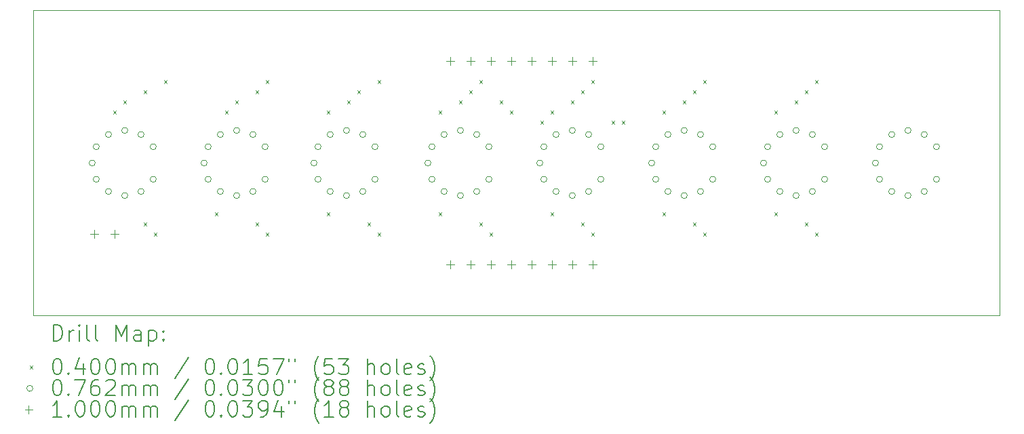
<source format=gbr>
%FSLAX45Y45*%
G04 Gerber Fmt 4.5, Leading zero omitted, Abs format (unit mm)*
G04 Created by KiCad (PCBNEW (6.0.2)) date 2022-05-27 21:51:48*
%MOMM*%
%LPD*%
G01*
G04 APERTURE LIST*
%TA.AperFunction,Profile*%
%ADD10C,0.100000*%
%TD*%
%ADD11C,0.200000*%
%ADD12C,0.040000*%
%ADD13C,0.076200*%
%ADD14C,0.100000*%
G04 APERTURE END LIST*
D10*
X9017000Y-8890000D02*
X21082000Y-8890000D01*
X21082000Y-8890000D02*
X21082000Y-12700000D01*
X21082000Y-12700000D02*
X9017000Y-12700000D01*
X9017000Y-12700000D02*
X9017000Y-8890000D01*
D11*
D12*
X10013000Y-10140000D02*
X10053000Y-10180000D01*
X10053000Y-10140000D02*
X10013000Y-10180000D01*
X10140000Y-10013000D02*
X10180000Y-10053000D01*
X10180000Y-10013000D02*
X10140000Y-10053000D01*
X10394000Y-9886000D02*
X10434000Y-9926000D01*
X10434000Y-9886000D02*
X10394000Y-9926000D01*
X10394000Y-11537000D02*
X10434000Y-11577000D01*
X10434000Y-11537000D02*
X10394000Y-11577000D01*
X10521000Y-11664000D02*
X10561000Y-11704000D01*
X10561000Y-11664000D02*
X10521000Y-11704000D01*
X10648000Y-9759000D02*
X10688000Y-9799000D01*
X10688000Y-9759000D02*
X10648000Y-9799000D01*
X11283000Y-11410000D02*
X11323000Y-11450000D01*
X11323000Y-11410000D02*
X11283000Y-11450000D01*
X11410000Y-10140000D02*
X11450000Y-10180000D01*
X11450000Y-10140000D02*
X11410000Y-10180000D01*
X11537000Y-10013000D02*
X11577000Y-10053000D01*
X11577000Y-10013000D02*
X11537000Y-10053000D01*
X11791000Y-9886000D02*
X11831000Y-9926000D01*
X11831000Y-9886000D02*
X11791000Y-9926000D01*
X11791000Y-11537000D02*
X11831000Y-11577000D01*
X11831000Y-11537000D02*
X11791000Y-11577000D01*
X11918000Y-9759000D02*
X11958000Y-9799000D01*
X11958000Y-9759000D02*
X11918000Y-9799000D01*
X11918000Y-11664000D02*
X11958000Y-11704000D01*
X11958000Y-11664000D02*
X11918000Y-11704000D01*
X12680000Y-10140000D02*
X12720000Y-10180000D01*
X12720000Y-10140000D02*
X12680000Y-10180000D01*
X12680000Y-11410000D02*
X12720000Y-11450000D01*
X12720000Y-11410000D02*
X12680000Y-11450000D01*
X12934000Y-10013000D02*
X12974000Y-10053000D01*
X12974000Y-10013000D02*
X12934000Y-10053000D01*
X13061000Y-9886000D02*
X13101000Y-9926000D01*
X13101000Y-9886000D02*
X13061000Y-9926000D01*
X13188000Y-11537000D02*
X13228000Y-11577000D01*
X13228000Y-11537000D02*
X13188000Y-11577000D01*
X13315000Y-9759000D02*
X13355000Y-9799000D01*
X13355000Y-9759000D02*
X13315000Y-9799000D01*
X13315000Y-11664000D02*
X13355000Y-11704000D01*
X13355000Y-11664000D02*
X13315000Y-11704000D01*
X14077000Y-10140000D02*
X14117000Y-10180000D01*
X14117000Y-10140000D02*
X14077000Y-10180000D01*
X14077000Y-11410000D02*
X14117000Y-11450000D01*
X14117000Y-11410000D02*
X14077000Y-11450000D01*
X14331000Y-10013000D02*
X14371000Y-10053000D01*
X14371000Y-10013000D02*
X14331000Y-10053000D01*
X14458000Y-9886000D02*
X14498000Y-9926000D01*
X14498000Y-9886000D02*
X14458000Y-9926000D01*
X14585000Y-9759000D02*
X14625000Y-9799000D01*
X14625000Y-9759000D02*
X14585000Y-9799000D01*
X14585000Y-11537000D02*
X14625000Y-11577000D01*
X14625000Y-11537000D02*
X14585000Y-11577000D01*
X14712000Y-11664000D02*
X14752000Y-11704000D01*
X14752000Y-11664000D02*
X14712000Y-11704000D01*
X14839000Y-10013000D02*
X14879000Y-10053000D01*
X14879000Y-10013000D02*
X14839000Y-10053000D01*
X14966000Y-10140000D02*
X15006000Y-10180000D01*
X15006000Y-10140000D02*
X14966000Y-10180000D01*
X15347000Y-10267000D02*
X15387000Y-10307000D01*
X15387000Y-10267000D02*
X15347000Y-10307000D01*
X15474000Y-10140000D02*
X15514000Y-10180000D01*
X15514000Y-10140000D02*
X15474000Y-10180000D01*
X15474000Y-11410000D02*
X15514000Y-11450000D01*
X15514000Y-11410000D02*
X15474000Y-11450000D01*
X15728000Y-10013000D02*
X15768000Y-10053000D01*
X15768000Y-10013000D02*
X15728000Y-10053000D01*
X15855000Y-9886000D02*
X15895000Y-9926000D01*
X15895000Y-9886000D02*
X15855000Y-9926000D01*
X15855000Y-11537000D02*
X15895000Y-11577000D01*
X15895000Y-11537000D02*
X15855000Y-11577000D01*
X15982000Y-9759000D02*
X16022000Y-9799000D01*
X16022000Y-9759000D02*
X15982000Y-9799000D01*
X15982000Y-11664000D02*
X16022000Y-11704000D01*
X16022000Y-11664000D02*
X15982000Y-11704000D01*
X16236000Y-10267000D02*
X16276000Y-10307000D01*
X16276000Y-10267000D02*
X16236000Y-10307000D01*
X16363000Y-10267000D02*
X16403000Y-10307000D01*
X16403000Y-10267000D02*
X16363000Y-10307000D01*
X16871000Y-10140000D02*
X16911000Y-10180000D01*
X16911000Y-10140000D02*
X16871000Y-10180000D01*
X16871000Y-11410000D02*
X16911000Y-11450000D01*
X16911000Y-11410000D02*
X16871000Y-11450000D01*
X17125000Y-10013000D02*
X17165000Y-10053000D01*
X17165000Y-10013000D02*
X17125000Y-10053000D01*
X17252000Y-9886000D02*
X17292000Y-9926000D01*
X17292000Y-9886000D02*
X17252000Y-9926000D01*
X17252000Y-11537000D02*
X17292000Y-11577000D01*
X17292000Y-11537000D02*
X17252000Y-11577000D01*
X17379000Y-9759000D02*
X17419000Y-9799000D01*
X17419000Y-9759000D02*
X17379000Y-9799000D01*
X17379000Y-11664000D02*
X17419000Y-11704000D01*
X17419000Y-11664000D02*
X17379000Y-11704000D01*
X18268000Y-10140000D02*
X18308000Y-10180000D01*
X18308000Y-10140000D02*
X18268000Y-10180000D01*
X18268000Y-11410000D02*
X18308000Y-11450000D01*
X18308000Y-11410000D02*
X18268000Y-11450000D01*
X18522000Y-10013000D02*
X18562000Y-10053000D01*
X18562000Y-10013000D02*
X18522000Y-10053000D01*
X18649000Y-9886000D02*
X18689000Y-9926000D01*
X18689000Y-9886000D02*
X18649000Y-9926000D01*
X18649000Y-11537000D02*
X18689000Y-11577000D01*
X18689000Y-11537000D02*
X18649000Y-11577000D01*
X18776000Y-9759000D02*
X18816000Y-9799000D01*
X18816000Y-9759000D02*
X18776000Y-9799000D01*
X18776000Y-11664000D02*
X18816000Y-11704000D01*
X18816000Y-11664000D02*
X18776000Y-11704000D01*
D13*
X9791700Y-10795000D02*
G75*
G03*
X9791700Y-10795000I-38100J0D01*
G01*
X9842500Y-10591800D02*
G75*
G03*
X9842500Y-10591800I-38100J0D01*
G01*
X9842500Y-10998200D02*
G75*
G03*
X9842500Y-10998200I-38100J0D01*
G01*
X9994900Y-10439400D02*
G75*
G03*
X9994900Y-10439400I-38100J0D01*
G01*
X9994900Y-11150600D02*
G75*
G03*
X9994900Y-11150600I-38100J0D01*
G01*
X10198100Y-10388600D02*
G75*
G03*
X10198100Y-10388600I-38100J0D01*
G01*
X10198100Y-11201400D02*
G75*
G03*
X10198100Y-11201400I-38100J0D01*
G01*
X10401300Y-10439400D02*
G75*
G03*
X10401300Y-10439400I-38100J0D01*
G01*
X10401300Y-11150600D02*
G75*
G03*
X10401300Y-11150600I-38100J0D01*
G01*
X10553700Y-10591800D02*
G75*
G03*
X10553700Y-10591800I-38100J0D01*
G01*
X10553700Y-10998200D02*
G75*
G03*
X10553700Y-10998200I-38100J0D01*
G01*
X11188700Y-10795000D02*
G75*
G03*
X11188700Y-10795000I-38100J0D01*
G01*
X11239500Y-10591800D02*
G75*
G03*
X11239500Y-10591800I-38100J0D01*
G01*
X11239500Y-10998200D02*
G75*
G03*
X11239500Y-10998200I-38100J0D01*
G01*
X11391900Y-10439400D02*
G75*
G03*
X11391900Y-10439400I-38100J0D01*
G01*
X11391900Y-11150600D02*
G75*
G03*
X11391900Y-11150600I-38100J0D01*
G01*
X11595100Y-10388600D02*
G75*
G03*
X11595100Y-10388600I-38100J0D01*
G01*
X11595100Y-11201400D02*
G75*
G03*
X11595100Y-11201400I-38100J0D01*
G01*
X11798300Y-10439400D02*
G75*
G03*
X11798300Y-10439400I-38100J0D01*
G01*
X11798300Y-11150600D02*
G75*
G03*
X11798300Y-11150600I-38100J0D01*
G01*
X11950700Y-10591800D02*
G75*
G03*
X11950700Y-10591800I-38100J0D01*
G01*
X11950700Y-10998200D02*
G75*
G03*
X11950700Y-10998200I-38100J0D01*
G01*
X12560300Y-10795000D02*
G75*
G03*
X12560300Y-10795000I-38100J0D01*
G01*
X12611100Y-10591800D02*
G75*
G03*
X12611100Y-10591800I-38100J0D01*
G01*
X12611100Y-10998200D02*
G75*
G03*
X12611100Y-10998200I-38100J0D01*
G01*
X12763500Y-10439400D02*
G75*
G03*
X12763500Y-10439400I-38100J0D01*
G01*
X12763500Y-11150600D02*
G75*
G03*
X12763500Y-11150600I-38100J0D01*
G01*
X12966700Y-10388600D02*
G75*
G03*
X12966700Y-10388600I-38100J0D01*
G01*
X12966700Y-11201400D02*
G75*
G03*
X12966700Y-11201400I-38100J0D01*
G01*
X13169900Y-10439400D02*
G75*
G03*
X13169900Y-10439400I-38100J0D01*
G01*
X13169900Y-11150600D02*
G75*
G03*
X13169900Y-11150600I-38100J0D01*
G01*
X13322300Y-10591800D02*
G75*
G03*
X13322300Y-10591800I-38100J0D01*
G01*
X13322300Y-10998200D02*
G75*
G03*
X13322300Y-10998200I-38100J0D01*
G01*
X13982700Y-10795000D02*
G75*
G03*
X13982700Y-10795000I-38100J0D01*
G01*
X14033500Y-10591800D02*
G75*
G03*
X14033500Y-10591800I-38100J0D01*
G01*
X14033500Y-10998200D02*
G75*
G03*
X14033500Y-10998200I-38100J0D01*
G01*
X14185900Y-10439400D02*
G75*
G03*
X14185900Y-10439400I-38100J0D01*
G01*
X14185900Y-11150600D02*
G75*
G03*
X14185900Y-11150600I-38100J0D01*
G01*
X14389100Y-10388600D02*
G75*
G03*
X14389100Y-10388600I-38100J0D01*
G01*
X14389100Y-11201400D02*
G75*
G03*
X14389100Y-11201400I-38100J0D01*
G01*
X14592300Y-10439400D02*
G75*
G03*
X14592300Y-10439400I-38100J0D01*
G01*
X14592300Y-11150600D02*
G75*
G03*
X14592300Y-11150600I-38100J0D01*
G01*
X14744700Y-10591800D02*
G75*
G03*
X14744700Y-10591800I-38100J0D01*
G01*
X14744700Y-10998200D02*
G75*
G03*
X14744700Y-10998200I-38100J0D01*
G01*
X15379700Y-10795000D02*
G75*
G03*
X15379700Y-10795000I-38100J0D01*
G01*
X15430500Y-10591800D02*
G75*
G03*
X15430500Y-10591800I-38100J0D01*
G01*
X15430500Y-10998200D02*
G75*
G03*
X15430500Y-10998200I-38100J0D01*
G01*
X15582900Y-10439400D02*
G75*
G03*
X15582900Y-10439400I-38100J0D01*
G01*
X15582900Y-11150600D02*
G75*
G03*
X15582900Y-11150600I-38100J0D01*
G01*
X15786100Y-10388600D02*
G75*
G03*
X15786100Y-10388600I-38100J0D01*
G01*
X15786100Y-11201400D02*
G75*
G03*
X15786100Y-11201400I-38100J0D01*
G01*
X15989300Y-10439400D02*
G75*
G03*
X15989300Y-10439400I-38100J0D01*
G01*
X15989300Y-11150600D02*
G75*
G03*
X15989300Y-11150600I-38100J0D01*
G01*
X16141700Y-10591800D02*
G75*
G03*
X16141700Y-10591800I-38100J0D01*
G01*
X16141700Y-10998200D02*
G75*
G03*
X16141700Y-10998200I-38100J0D01*
G01*
X16776700Y-10795000D02*
G75*
G03*
X16776700Y-10795000I-38100J0D01*
G01*
X16827500Y-10591800D02*
G75*
G03*
X16827500Y-10591800I-38100J0D01*
G01*
X16827500Y-10998200D02*
G75*
G03*
X16827500Y-10998200I-38100J0D01*
G01*
X16979900Y-10439400D02*
G75*
G03*
X16979900Y-10439400I-38100J0D01*
G01*
X16979900Y-11150600D02*
G75*
G03*
X16979900Y-11150600I-38100J0D01*
G01*
X17183100Y-10388600D02*
G75*
G03*
X17183100Y-10388600I-38100J0D01*
G01*
X17183100Y-11201400D02*
G75*
G03*
X17183100Y-11201400I-38100J0D01*
G01*
X17386300Y-10439400D02*
G75*
G03*
X17386300Y-10439400I-38100J0D01*
G01*
X17386300Y-11150600D02*
G75*
G03*
X17386300Y-11150600I-38100J0D01*
G01*
X17538700Y-10591800D02*
G75*
G03*
X17538700Y-10591800I-38100J0D01*
G01*
X17538700Y-10998200D02*
G75*
G03*
X17538700Y-10998200I-38100J0D01*
G01*
X18173700Y-10795000D02*
G75*
G03*
X18173700Y-10795000I-38100J0D01*
G01*
X18224500Y-10591800D02*
G75*
G03*
X18224500Y-10591800I-38100J0D01*
G01*
X18224500Y-10998200D02*
G75*
G03*
X18224500Y-10998200I-38100J0D01*
G01*
X18376900Y-10439400D02*
G75*
G03*
X18376900Y-10439400I-38100J0D01*
G01*
X18376900Y-11150600D02*
G75*
G03*
X18376900Y-11150600I-38100J0D01*
G01*
X18580100Y-10388600D02*
G75*
G03*
X18580100Y-10388600I-38100J0D01*
G01*
X18580100Y-11201400D02*
G75*
G03*
X18580100Y-11201400I-38100J0D01*
G01*
X18783300Y-10439400D02*
G75*
G03*
X18783300Y-10439400I-38100J0D01*
G01*
X18783300Y-11150600D02*
G75*
G03*
X18783300Y-11150600I-38100J0D01*
G01*
X18935700Y-10591800D02*
G75*
G03*
X18935700Y-10591800I-38100J0D01*
G01*
X18935700Y-10998200D02*
G75*
G03*
X18935700Y-10998200I-38100J0D01*
G01*
X19570700Y-10795000D02*
G75*
G03*
X19570700Y-10795000I-38100J0D01*
G01*
X19621500Y-10591800D02*
G75*
G03*
X19621500Y-10591800I-38100J0D01*
G01*
X19621500Y-10998200D02*
G75*
G03*
X19621500Y-10998200I-38100J0D01*
G01*
X19773900Y-10439400D02*
G75*
G03*
X19773900Y-10439400I-38100J0D01*
G01*
X19773900Y-11150600D02*
G75*
G03*
X19773900Y-11150600I-38100J0D01*
G01*
X19977100Y-10388600D02*
G75*
G03*
X19977100Y-10388600I-38100J0D01*
G01*
X19977100Y-11201400D02*
G75*
G03*
X19977100Y-11201400I-38100J0D01*
G01*
X20180300Y-10439400D02*
G75*
G03*
X20180300Y-10439400I-38100J0D01*
G01*
X20180300Y-11150600D02*
G75*
G03*
X20180300Y-11150600I-38100J0D01*
G01*
X20332700Y-10591800D02*
G75*
G03*
X20332700Y-10591800I-38100J0D01*
G01*
X20332700Y-10998200D02*
G75*
G03*
X20332700Y-10998200I-38100J0D01*
G01*
D14*
X9779000Y-11634000D02*
X9779000Y-11734000D01*
X9729000Y-11684000D02*
X9829000Y-11684000D01*
X10033000Y-11634000D02*
X10033000Y-11734000D01*
X9983000Y-11684000D02*
X10083000Y-11684000D01*
X14224000Y-9475000D02*
X14224000Y-9575000D01*
X14174000Y-9525000D02*
X14274000Y-9525000D01*
X14224000Y-12015000D02*
X14224000Y-12115000D01*
X14174000Y-12065000D02*
X14274000Y-12065000D01*
X14478000Y-9475000D02*
X14478000Y-9575000D01*
X14428000Y-9525000D02*
X14528000Y-9525000D01*
X14478000Y-12015000D02*
X14478000Y-12115000D01*
X14428000Y-12065000D02*
X14528000Y-12065000D01*
X14732000Y-9475000D02*
X14732000Y-9575000D01*
X14682000Y-9525000D02*
X14782000Y-9525000D01*
X14732000Y-12015000D02*
X14732000Y-12115000D01*
X14682000Y-12065000D02*
X14782000Y-12065000D01*
X14986000Y-9475000D02*
X14986000Y-9575000D01*
X14936000Y-9525000D02*
X15036000Y-9525000D01*
X14986000Y-12015000D02*
X14986000Y-12115000D01*
X14936000Y-12065000D02*
X15036000Y-12065000D01*
X15240000Y-9475000D02*
X15240000Y-9575000D01*
X15190000Y-9525000D02*
X15290000Y-9525000D01*
X15240000Y-12015000D02*
X15240000Y-12115000D01*
X15190000Y-12065000D02*
X15290000Y-12065000D01*
X15494000Y-9475000D02*
X15494000Y-9575000D01*
X15444000Y-9525000D02*
X15544000Y-9525000D01*
X15494000Y-12015000D02*
X15494000Y-12115000D01*
X15444000Y-12065000D02*
X15544000Y-12065000D01*
X15748000Y-9475000D02*
X15748000Y-9575000D01*
X15698000Y-9525000D02*
X15798000Y-9525000D01*
X15748000Y-12015000D02*
X15748000Y-12115000D01*
X15698000Y-12065000D02*
X15798000Y-12065000D01*
X16002000Y-9475000D02*
X16002000Y-9575000D01*
X15952000Y-9525000D02*
X16052000Y-9525000D01*
X16002000Y-12015000D02*
X16002000Y-12115000D01*
X15952000Y-12065000D02*
X16052000Y-12065000D01*
D11*
X9269619Y-13015476D02*
X9269619Y-12815476D01*
X9317238Y-12815476D01*
X9345810Y-12825000D01*
X9364857Y-12844048D01*
X9374381Y-12863095D01*
X9383905Y-12901190D01*
X9383905Y-12929762D01*
X9374381Y-12967857D01*
X9364857Y-12986905D01*
X9345810Y-13005952D01*
X9317238Y-13015476D01*
X9269619Y-13015476D01*
X9469619Y-13015476D02*
X9469619Y-12882143D01*
X9469619Y-12920238D02*
X9479143Y-12901190D01*
X9488667Y-12891667D01*
X9507714Y-12882143D01*
X9526762Y-12882143D01*
X9593429Y-13015476D02*
X9593429Y-12882143D01*
X9593429Y-12815476D02*
X9583905Y-12825000D01*
X9593429Y-12834524D01*
X9602952Y-12825000D01*
X9593429Y-12815476D01*
X9593429Y-12834524D01*
X9717238Y-13015476D02*
X9698190Y-13005952D01*
X9688667Y-12986905D01*
X9688667Y-12815476D01*
X9822000Y-13015476D02*
X9802952Y-13005952D01*
X9793429Y-12986905D01*
X9793429Y-12815476D01*
X10050571Y-13015476D02*
X10050571Y-12815476D01*
X10117238Y-12958333D01*
X10183905Y-12815476D01*
X10183905Y-13015476D01*
X10364857Y-13015476D02*
X10364857Y-12910714D01*
X10355333Y-12891667D01*
X10336286Y-12882143D01*
X10298190Y-12882143D01*
X10279143Y-12891667D01*
X10364857Y-13005952D02*
X10345810Y-13015476D01*
X10298190Y-13015476D01*
X10279143Y-13005952D01*
X10269619Y-12986905D01*
X10269619Y-12967857D01*
X10279143Y-12948809D01*
X10298190Y-12939286D01*
X10345810Y-12939286D01*
X10364857Y-12929762D01*
X10460095Y-12882143D02*
X10460095Y-13082143D01*
X10460095Y-12891667D02*
X10479143Y-12882143D01*
X10517238Y-12882143D01*
X10536286Y-12891667D01*
X10545810Y-12901190D01*
X10555333Y-12920238D01*
X10555333Y-12977381D01*
X10545810Y-12996428D01*
X10536286Y-13005952D01*
X10517238Y-13015476D01*
X10479143Y-13015476D01*
X10460095Y-13005952D01*
X10641048Y-12996428D02*
X10650571Y-13005952D01*
X10641048Y-13015476D01*
X10631524Y-13005952D01*
X10641048Y-12996428D01*
X10641048Y-13015476D01*
X10641048Y-12891667D02*
X10650571Y-12901190D01*
X10641048Y-12910714D01*
X10631524Y-12901190D01*
X10641048Y-12891667D01*
X10641048Y-12910714D01*
D12*
X8972000Y-13325000D02*
X9012000Y-13365000D01*
X9012000Y-13325000D02*
X8972000Y-13365000D01*
D11*
X9307714Y-13235476D02*
X9326762Y-13235476D01*
X9345810Y-13245000D01*
X9355333Y-13254524D01*
X9364857Y-13273571D01*
X9374381Y-13311667D01*
X9374381Y-13359286D01*
X9364857Y-13397381D01*
X9355333Y-13416428D01*
X9345810Y-13425952D01*
X9326762Y-13435476D01*
X9307714Y-13435476D01*
X9288667Y-13425952D01*
X9279143Y-13416428D01*
X9269619Y-13397381D01*
X9260095Y-13359286D01*
X9260095Y-13311667D01*
X9269619Y-13273571D01*
X9279143Y-13254524D01*
X9288667Y-13245000D01*
X9307714Y-13235476D01*
X9460095Y-13416428D02*
X9469619Y-13425952D01*
X9460095Y-13435476D01*
X9450571Y-13425952D01*
X9460095Y-13416428D01*
X9460095Y-13435476D01*
X9641048Y-13302143D02*
X9641048Y-13435476D01*
X9593429Y-13225952D02*
X9545810Y-13368809D01*
X9669619Y-13368809D01*
X9783905Y-13235476D02*
X9802952Y-13235476D01*
X9822000Y-13245000D01*
X9831524Y-13254524D01*
X9841048Y-13273571D01*
X9850571Y-13311667D01*
X9850571Y-13359286D01*
X9841048Y-13397381D01*
X9831524Y-13416428D01*
X9822000Y-13425952D01*
X9802952Y-13435476D01*
X9783905Y-13435476D01*
X9764857Y-13425952D01*
X9755333Y-13416428D01*
X9745810Y-13397381D01*
X9736286Y-13359286D01*
X9736286Y-13311667D01*
X9745810Y-13273571D01*
X9755333Y-13254524D01*
X9764857Y-13245000D01*
X9783905Y-13235476D01*
X9974381Y-13235476D02*
X9993429Y-13235476D01*
X10012476Y-13245000D01*
X10022000Y-13254524D01*
X10031524Y-13273571D01*
X10041048Y-13311667D01*
X10041048Y-13359286D01*
X10031524Y-13397381D01*
X10022000Y-13416428D01*
X10012476Y-13425952D01*
X9993429Y-13435476D01*
X9974381Y-13435476D01*
X9955333Y-13425952D01*
X9945810Y-13416428D01*
X9936286Y-13397381D01*
X9926762Y-13359286D01*
X9926762Y-13311667D01*
X9936286Y-13273571D01*
X9945810Y-13254524D01*
X9955333Y-13245000D01*
X9974381Y-13235476D01*
X10126762Y-13435476D02*
X10126762Y-13302143D01*
X10126762Y-13321190D02*
X10136286Y-13311667D01*
X10155333Y-13302143D01*
X10183905Y-13302143D01*
X10202952Y-13311667D01*
X10212476Y-13330714D01*
X10212476Y-13435476D01*
X10212476Y-13330714D02*
X10222000Y-13311667D01*
X10241048Y-13302143D01*
X10269619Y-13302143D01*
X10288667Y-13311667D01*
X10298190Y-13330714D01*
X10298190Y-13435476D01*
X10393429Y-13435476D02*
X10393429Y-13302143D01*
X10393429Y-13321190D02*
X10402952Y-13311667D01*
X10422000Y-13302143D01*
X10450571Y-13302143D01*
X10469619Y-13311667D01*
X10479143Y-13330714D01*
X10479143Y-13435476D01*
X10479143Y-13330714D02*
X10488667Y-13311667D01*
X10507714Y-13302143D01*
X10536286Y-13302143D01*
X10555333Y-13311667D01*
X10564857Y-13330714D01*
X10564857Y-13435476D01*
X10955333Y-13225952D02*
X10783905Y-13483095D01*
X11212476Y-13235476D02*
X11231524Y-13235476D01*
X11250571Y-13245000D01*
X11260095Y-13254524D01*
X11269619Y-13273571D01*
X11279143Y-13311667D01*
X11279143Y-13359286D01*
X11269619Y-13397381D01*
X11260095Y-13416428D01*
X11250571Y-13425952D01*
X11231524Y-13435476D01*
X11212476Y-13435476D01*
X11193428Y-13425952D01*
X11183905Y-13416428D01*
X11174381Y-13397381D01*
X11164857Y-13359286D01*
X11164857Y-13311667D01*
X11174381Y-13273571D01*
X11183905Y-13254524D01*
X11193428Y-13245000D01*
X11212476Y-13235476D01*
X11364857Y-13416428D02*
X11374381Y-13425952D01*
X11364857Y-13435476D01*
X11355333Y-13425952D01*
X11364857Y-13416428D01*
X11364857Y-13435476D01*
X11498190Y-13235476D02*
X11517238Y-13235476D01*
X11536286Y-13245000D01*
X11545809Y-13254524D01*
X11555333Y-13273571D01*
X11564857Y-13311667D01*
X11564857Y-13359286D01*
X11555333Y-13397381D01*
X11545809Y-13416428D01*
X11536286Y-13425952D01*
X11517238Y-13435476D01*
X11498190Y-13435476D01*
X11479143Y-13425952D01*
X11469619Y-13416428D01*
X11460095Y-13397381D01*
X11450571Y-13359286D01*
X11450571Y-13311667D01*
X11460095Y-13273571D01*
X11469619Y-13254524D01*
X11479143Y-13245000D01*
X11498190Y-13235476D01*
X11755333Y-13435476D02*
X11641048Y-13435476D01*
X11698190Y-13435476D02*
X11698190Y-13235476D01*
X11679143Y-13264048D01*
X11660095Y-13283095D01*
X11641048Y-13292619D01*
X11936286Y-13235476D02*
X11841048Y-13235476D01*
X11831524Y-13330714D01*
X11841048Y-13321190D01*
X11860095Y-13311667D01*
X11907714Y-13311667D01*
X11926762Y-13321190D01*
X11936286Y-13330714D01*
X11945809Y-13349762D01*
X11945809Y-13397381D01*
X11936286Y-13416428D01*
X11926762Y-13425952D01*
X11907714Y-13435476D01*
X11860095Y-13435476D01*
X11841048Y-13425952D01*
X11831524Y-13416428D01*
X12012476Y-13235476D02*
X12145809Y-13235476D01*
X12060095Y-13435476D01*
X12212476Y-13235476D02*
X12212476Y-13273571D01*
X12288667Y-13235476D02*
X12288667Y-13273571D01*
X12583905Y-13511667D02*
X12574381Y-13502143D01*
X12555333Y-13473571D01*
X12545809Y-13454524D01*
X12536286Y-13425952D01*
X12526762Y-13378333D01*
X12526762Y-13340238D01*
X12536286Y-13292619D01*
X12545809Y-13264048D01*
X12555333Y-13245000D01*
X12574381Y-13216428D01*
X12583905Y-13206905D01*
X12755333Y-13235476D02*
X12660095Y-13235476D01*
X12650571Y-13330714D01*
X12660095Y-13321190D01*
X12679143Y-13311667D01*
X12726762Y-13311667D01*
X12745809Y-13321190D01*
X12755333Y-13330714D01*
X12764857Y-13349762D01*
X12764857Y-13397381D01*
X12755333Y-13416428D01*
X12745809Y-13425952D01*
X12726762Y-13435476D01*
X12679143Y-13435476D01*
X12660095Y-13425952D01*
X12650571Y-13416428D01*
X12831524Y-13235476D02*
X12955333Y-13235476D01*
X12888667Y-13311667D01*
X12917238Y-13311667D01*
X12936286Y-13321190D01*
X12945809Y-13330714D01*
X12955333Y-13349762D01*
X12955333Y-13397381D01*
X12945809Y-13416428D01*
X12936286Y-13425952D01*
X12917238Y-13435476D01*
X12860095Y-13435476D01*
X12841048Y-13425952D01*
X12831524Y-13416428D01*
X13193428Y-13435476D02*
X13193428Y-13235476D01*
X13279143Y-13435476D02*
X13279143Y-13330714D01*
X13269619Y-13311667D01*
X13250571Y-13302143D01*
X13222000Y-13302143D01*
X13202952Y-13311667D01*
X13193428Y-13321190D01*
X13402952Y-13435476D02*
X13383905Y-13425952D01*
X13374381Y-13416428D01*
X13364857Y-13397381D01*
X13364857Y-13340238D01*
X13374381Y-13321190D01*
X13383905Y-13311667D01*
X13402952Y-13302143D01*
X13431524Y-13302143D01*
X13450571Y-13311667D01*
X13460095Y-13321190D01*
X13469619Y-13340238D01*
X13469619Y-13397381D01*
X13460095Y-13416428D01*
X13450571Y-13425952D01*
X13431524Y-13435476D01*
X13402952Y-13435476D01*
X13583905Y-13435476D02*
X13564857Y-13425952D01*
X13555333Y-13406905D01*
X13555333Y-13235476D01*
X13736286Y-13425952D02*
X13717238Y-13435476D01*
X13679143Y-13435476D01*
X13660095Y-13425952D01*
X13650571Y-13406905D01*
X13650571Y-13330714D01*
X13660095Y-13311667D01*
X13679143Y-13302143D01*
X13717238Y-13302143D01*
X13736286Y-13311667D01*
X13745809Y-13330714D01*
X13745809Y-13349762D01*
X13650571Y-13368809D01*
X13822000Y-13425952D02*
X13841048Y-13435476D01*
X13879143Y-13435476D01*
X13898190Y-13425952D01*
X13907714Y-13406905D01*
X13907714Y-13397381D01*
X13898190Y-13378333D01*
X13879143Y-13368809D01*
X13850571Y-13368809D01*
X13831524Y-13359286D01*
X13822000Y-13340238D01*
X13822000Y-13330714D01*
X13831524Y-13311667D01*
X13850571Y-13302143D01*
X13879143Y-13302143D01*
X13898190Y-13311667D01*
X13974381Y-13511667D02*
X13983905Y-13502143D01*
X14002952Y-13473571D01*
X14012476Y-13454524D01*
X14022000Y-13425952D01*
X14031524Y-13378333D01*
X14031524Y-13340238D01*
X14022000Y-13292619D01*
X14012476Y-13264048D01*
X14002952Y-13245000D01*
X13983905Y-13216428D01*
X13974381Y-13206905D01*
D13*
X9012000Y-13609000D02*
G75*
G03*
X9012000Y-13609000I-38100J0D01*
G01*
D11*
X9307714Y-13499476D02*
X9326762Y-13499476D01*
X9345810Y-13509000D01*
X9355333Y-13518524D01*
X9364857Y-13537571D01*
X9374381Y-13575667D01*
X9374381Y-13623286D01*
X9364857Y-13661381D01*
X9355333Y-13680428D01*
X9345810Y-13689952D01*
X9326762Y-13699476D01*
X9307714Y-13699476D01*
X9288667Y-13689952D01*
X9279143Y-13680428D01*
X9269619Y-13661381D01*
X9260095Y-13623286D01*
X9260095Y-13575667D01*
X9269619Y-13537571D01*
X9279143Y-13518524D01*
X9288667Y-13509000D01*
X9307714Y-13499476D01*
X9460095Y-13680428D02*
X9469619Y-13689952D01*
X9460095Y-13699476D01*
X9450571Y-13689952D01*
X9460095Y-13680428D01*
X9460095Y-13699476D01*
X9536286Y-13499476D02*
X9669619Y-13499476D01*
X9583905Y-13699476D01*
X9831524Y-13499476D02*
X9793429Y-13499476D01*
X9774381Y-13509000D01*
X9764857Y-13518524D01*
X9745810Y-13547095D01*
X9736286Y-13585190D01*
X9736286Y-13661381D01*
X9745810Y-13680428D01*
X9755333Y-13689952D01*
X9774381Y-13699476D01*
X9812476Y-13699476D01*
X9831524Y-13689952D01*
X9841048Y-13680428D01*
X9850571Y-13661381D01*
X9850571Y-13613762D01*
X9841048Y-13594714D01*
X9831524Y-13585190D01*
X9812476Y-13575667D01*
X9774381Y-13575667D01*
X9755333Y-13585190D01*
X9745810Y-13594714D01*
X9736286Y-13613762D01*
X9926762Y-13518524D02*
X9936286Y-13509000D01*
X9955333Y-13499476D01*
X10002952Y-13499476D01*
X10022000Y-13509000D01*
X10031524Y-13518524D01*
X10041048Y-13537571D01*
X10041048Y-13556619D01*
X10031524Y-13585190D01*
X9917238Y-13699476D01*
X10041048Y-13699476D01*
X10126762Y-13699476D02*
X10126762Y-13566143D01*
X10126762Y-13585190D02*
X10136286Y-13575667D01*
X10155333Y-13566143D01*
X10183905Y-13566143D01*
X10202952Y-13575667D01*
X10212476Y-13594714D01*
X10212476Y-13699476D01*
X10212476Y-13594714D02*
X10222000Y-13575667D01*
X10241048Y-13566143D01*
X10269619Y-13566143D01*
X10288667Y-13575667D01*
X10298190Y-13594714D01*
X10298190Y-13699476D01*
X10393429Y-13699476D02*
X10393429Y-13566143D01*
X10393429Y-13585190D02*
X10402952Y-13575667D01*
X10422000Y-13566143D01*
X10450571Y-13566143D01*
X10469619Y-13575667D01*
X10479143Y-13594714D01*
X10479143Y-13699476D01*
X10479143Y-13594714D02*
X10488667Y-13575667D01*
X10507714Y-13566143D01*
X10536286Y-13566143D01*
X10555333Y-13575667D01*
X10564857Y-13594714D01*
X10564857Y-13699476D01*
X10955333Y-13489952D02*
X10783905Y-13747095D01*
X11212476Y-13499476D02*
X11231524Y-13499476D01*
X11250571Y-13509000D01*
X11260095Y-13518524D01*
X11269619Y-13537571D01*
X11279143Y-13575667D01*
X11279143Y-13623286D01*
X11269619Y-13661381D01*
X11260095Y-13680428D01*
X11250571Y-13689952D01*
X11231524Y-13699476D01*
X11212476Y-13699476D01*
X11193428Y-13689952D01*
X11183905Y-13680428D01*
X11174381Y-13661381D01*
X11164857Y-13623286D01*
X11164857Y-13575667D01*
X11174381Y-13537571D01*
X11183905Y-13518524D01*
X11193428Y-13509000D01*
X11212476Y-13499476D01*
X11364857Y-13680428D02*
X11374381Y-13689952D01*
X11364857Y-13699476D01*
X11355333Y-13689952D01*
X11364857Y-13680428D01*
X11364857Y-13699476D01*
X11498190Y-13499476D02*
X11517238Y-13499476D01*
X11536286Y-13509000D01*
X11545809Y-13518524D01*
X11555333Y-13537571D01*
X11564857Y-13575667D01*
X11564857Y-13623286D01*
X11555333Y-13661381D01*
X11545809Y-13680428D01*
X11536286Y-13689952D01*
X11517238Y-13699476D01*
X11498190Y-13699476D01*
X11479143Y-13689952D01*
X11469619Y-13680428D01*
X11460095Y-13661381D01*
X11450571Y-13623286D01*
X11450571Y-13575667D01*
X11460095Y-13537571D01*
X11469619Y-13518524D01*
X11479143Y-13509000D01*
X11498190Y-13499476D01*
X11631524Y-13499476D02*
X11755333Y-13499476D01*
X11688667Y-13575667D01*
X11717238Y-13575667D01*
X11736286Y-13585190D01*
X11745809Y-13594714D01*
X11755333Y-13613762D01*
X11755333Y-13661381D01*
X11745809Y-13680428D01*
X11736286Y-13689952D01*
X11717238Y-13699476D01*
X11660095Y-13699476D01*
X11641048Y-13689952D01*
X11631524Y-13680428D01*
X11879143Y-13499476D02*
X11898190Y-13499476D01*
X11917238Y-13509000D01*
X11926762Y-13518524D01*
X11936286Y-13537571D01*
X11945809Y-13575667D01*
X11945809Y-13623286D01*
X11936286Y-13661381D01*
X11926762Y-13680428D01*
X11917238Y-13689952D01*
X11898190Y-13699476D01*
X11879143Y-13699476D01*
X11860095Y-13689952D01*
X11850571Y-13680428D01*
X11841048Y-13661381D01*
X11831524Y-13623286D01*
X11831524Y-13575667D01*
X11841048Y-13537571D01*
X11850571Y-13518524D01*
X11860095Y-13509000D01*
X11879143Y-13499476D01*
X12069619Y-13499476D02*
X12088667Y-13499476D01*
X12107714Y-13509000D01*
X12117238Y-13518524D01*
X12126762Y-13537571D01*
X12136286Y-13575667D01*
X12136286Y-13623286D01*
X12126762Y-13661381D01*
X12117238Y-13680428D01*
X12107714Y-13689952D01*
X12088667Y-13699476D01*
X12069619Y-13699476D01*
X12050571Y-13689952D01*
X12041048Y-13680428D01*
X12031524Y-13661381D01*
X12022000Y-13623286D01*
X12022000Y-13575667D01*
X12031524Y-13537571D01*
X12041048Y-13518524D01*
X12050571Y-13509000D01*
X12069619Y-13499476D01*
X12212476Y-13499476D02*
X12212476Y-13537571D01*
X12288667Y-13499476D02*
X12288667Y-13537571D01*
X12583905Y-13775667D02*
X12574381Y-13766143D01*
X12555333Y-13737571D01*
X12545809Y-13718524D01*
X12536286Y-13689952D01*
X12526762Y-13642333D01*
X12526762Y-13604238D01*
X12536286Y-13556619D01*
X12545809Y-13528048D01*
X12555333Y-13509000D01*
X12574381Y-13480428D01*
X12583905Y-13470905D01*
X12688667Y-13585190D02*
X12669619Y-13575667D01*
X12660095Y-13566143D01*
X12650571Y-13547095D01*
X12650571Y-13537571D01*
X12660095Y-13518524D01*
X12669619Y-13509000D01*
X12688667Y-13499476D01*
X12726762Y-13499476D01*
X12745809Y-13509000D01*
X12755333Y-13518524D01*
X12764857Y-13537571D01*
X12764857Y-13547095D01*
X12755333Y-13566143D01*
X12745809Y-13575667D01*
X12726762Y-13585190D01*
X12688667Y-13585190D01*
X12669619Y-13594714D01*
X12660095Y-13604238D01*
X12650571Y-13623286D01*
X12650571Y-13661381D01*
X12660095Y-13680428D01*
X12669619Y-13689952D01*
X12688667Y-13699476D01*
X12726762Y-13699476D01*
X12745809Y-13689952D01*
X12755333Y-13680428D01*
X12764857Y-13661381D01*
X12764857Y-13623286D01*
X12755333Y-13604238D01*
X12745809Y-13594714D01*
X12726762Y-13585190D01*
X12879143Y-13585190D02*
X12860095Y-13575667D01*
X12850571Y-13566143D01*
X12841048Y-13547095D01*
X12841048Y-13537571D01*
X12850571Y-13518524D01*
X12860095Y-13509000D01*
X12879143Y-13499476D01*
X12917238Y-13499476D01*
X12936286Y-13509000D01*
X12945809Y-13518524D01*
X12955333Y-13537571D01*
X12955333Y-13547095D01*
X12945809Y-13566143D01*
X12936286Y-13575667D01*
X12917238Y-13585190D01*
X12879143Y-13585190D01*
X12860095Y-13594714D01*
X12850571Y-13604238D01*
X12841048Y-13623286D01*
X12841048Y-13661381D01*
X12850571Y-13680428D01*
X12860095Y-13689952D01*
X12879143Y-13699476D01*
X12917238Y-13699476D01*
X12936286Y-13689952D01*
X12945809Y-13680428D01*
X12955333Y-13661381D01*
X12955333Y-13623286D01*
X12945809Y-13604238D01*
X12936286Y-13594714D01*
X12917238Y-13585190D01*
X13193428Y-13699476D02*
X13193428Y-13499476D01*
X13279143Y-13699476D02*
X13279143Y-13594714D01*
X13269619Y-13575667D01*
X13250571Y-13566143D01*
X13222000Y-13566143D01*
X13202952Y-13575667D01*
X13193428Y-13585190D01*
X13402952Y-13699476D02*
X13383905Y-13689952D01*
X13374381Y-13680428D01*
X13364857Y-13661381D01*
X13364857Y-13604238D01*
X13374381Y-13585190D01*
X13383905Y-13575667D01*
X13402952Y-13566143D01*
X13431524Y-13566143D01*
X13450571Y-13575667D01*
X13460095Y-13585190D01*
X13469619Y-13604238D01*
X13469619Y-13661381D01*
X13460095Y-13680428D01*
X13450571Y-13689952D01*
X13431524Y-13699476D01*
X13402952Y-13699476D01*
X13583905Y-13699476D02*
X13564857Y-13689952D01*
X13555333Y-13670905D01*
X13555333Y-13499476D01*
X13736286Y-13689952D02*
X13717238Y-13699476D01*
X13679143Y-13699476D01*
X13660095Y-13689952D01*
X13650571Y-13670905D01*
X13650571Y-13594714D01*
X13660095Y-13575667D01*
X13679143Y-13566143D01*
X13717238Y-13566143D01*
X13736286Y-13575667D01*
X13745809Y-13594714D01*
X13745809Y-13613762D01*
X13650571Y-13632809D01*
X13822000Y-13689952D02*
X13841048Y-13699476D01*
X13879143Y-13699476D01*
X13898190Y-13689952D01*
X13907714Y-13670905D01*
X13907714Y-13661381D01*
X13898190Y-13642333D01*
X13879143Y-13632809D01*
X13850571Y-13632809D01*
X13831524Y-13623286D01*
X13822000Y-13604238D01*
X13822000Y-13594714D01*
X13831524Y-13575667D01*
X13850571Y-13566143D01*
X13879143Y-13566143D01*
X13898190Y-13575667D01*
X13974381Y-13775667D02*
X13983905Y-13766143D01*
X14002952Y-13737571D01*
X14012476Y-13718524D01*
X14022000Y-13689952D01*
X14031524Y-13642333D01*
X14031524Y-13604238D01*
X14022000Y-13556619D01*
X14012476Y-13528048D01*
X14002952Y-13509000D01*
X13983905Y-13480428D01*
X13974381Y-13470905D01*
D14*
X8962000Y-13823000D02*
X8962000Y-13923000D01*
X8912000Y-13873000D02*
X9012000Y-13873000D01*
D11*
X9374381Y-13963476D02*
X9260095Y-13963476D01*
X9317238Y-13963476D02*
X9317238Y-13763476D01*
X9298190Y-13792048D01*
X9279143Y-13811095D01*
X9260095Y-13820619D01*
X9460095Y-13944428D02*
X9469619Y-13953952D01*
X9460095Y-13963476D01*
X9450571Y-13953952D01*
X9460095Y-13944428D01*
X9460095Y-13963476D01*
X9593429Y-13763476D02*
X9612476Y-13763476D01*
X9631524Y-13773000D01*
X9641048Y-13782524D01*
X9650571Y-13801571D01*
X9660095Y-13839667D01*
X9660095Y-13887286D01*
X9650571Y-13925381D01*
X9641048Y-13944428D01*
X9631524Y-13953952D01*
X9612476Y-13963476D01*
X9593429Y-13963476D01*
X9574381Y-13953952D01*
X9564857Y-13944428D01*
X9555333Y-13925381D01*
X9545810Y-13887286D01*
X9545810Y-13839667D01*
X9555333Y-13801571D01*
X9564857Y-13782524D01*
X9574381Y-13773000D01*
X9593429Y-13763476D01*
X9783905Y-13763476D02*
X9802952Y-13763476D01*
X9822000Y-13773000D01*
X9831524Y-13782524D01*
X9841048Y-13801571D01*
X9850571Y-13839667D01*
X9850571Y-13887286D01*
X9841048Y-13925381D01*
X9831524Y-13944428D01*
X9822000Y-13953952D01*
X9802952Y-13963476D01*
X9783905Y-13963476D01*
X9764857Y-13953952D01*
X9755333Y-13944428D01*
X9745810Y-13925381D01*
X9736286Y-13887286D01*
X9736286Y-13839667D01*
X9745810Y-13801571D01*
X9755333Y-13782524D01*
X9764857Y-13773000D01*
X9783905Y-13763476D01*
X9974381Y-13763476D02*
X9993429Y-13763476D01*
X10012476Y-13773000D01*
X10022000Y-13782524D01*
X10031524Y-13801571D01*
X10041048Y-13839667D01*
X10041048Y-13887286D01*
X10031524Y-13925381D01*
X10022000Y-13944428D01*
X10012476Y-13953952D01*
X9993429Y-13963476D01*
X9974381Y-13963476D01*
X9955333Y-13953952D01*
X9945810Y-13944428D01*
X9936286Y-13925381D01*
X9926762Y-13887286D01*
X9926762Y-13839667D01*
X9936286Y-13801571D01*
X9945810Y-13782524D01*
X9955333Y-13773000D01*
X9974381Y-13763476D01*
X10126762Y-13963476D02*
X10126762Y-13830143D01*
X10126762Y-13849190D02*
X10136286Y-13839667D01*
X10155333Y-13830143D01*
X10183905Y-13830143D01*
X10202952Y-13839667D01*
X10212476Y-13858714D01*
X10212476Y-13963476D01*
X10212476Y-13858714D02*
X10222000Y-13839667D01*
X10241048Y-13830143D01*
X10269619Y-13830143D01*
X10288667Y-13839667D01*
X10298190Y-13858714D01*
X10298190Y-13963476D01*
X10393429Y-13963476D02*
X10393429Y-13830143D01*
X10393429Y-13849190D02*
X10402952Y-13839667D01*
X10422000Y-13830143D01*
X10450571Y-13830143D01*
X10469619Y-13839667D01*
X10479143Y-13858714D01*
X10479143Y-13963476D01*
X10479143Y-13858714D02*
X10488667Y-13839667D01*
X10507714Y-13830143D01*
X10536286Y-13830143D01*
X10555333Y-13839667D01*
X10564857Y-13858714D01*
X10564857Y-13963476D01*
X10955333Y-13753952D02*
X10783905Y-14011095D01*
X11212476Y-13763476D02*
X11231524Y-13763476D01*
X11250571Y-13773000D01*
X11260095Y-13782524D01*
X11269619Y-13801571D01*
X11279143Y-13839667D01*
X11279143Y-13887286D01*
X11269619Y-13925381D01*
X11260095Y-13944428D01*
X11250571Y-13953952D01*
X11231524Y-13963476D01*
X11212476Y-13963476D01*
X11193428Y-13953952D01*
X11183905Y-13944428D01*
X11174381Y-13925381D01*
X11164857Y-13887286D01*
X11164857Y-13839667D01*
X11174381Y-13801571D01*
X11183905Y-13782524D01*
X11193428Y-13773000D01*
X11212476Y-13763476D01*
X11364857Y-13944428D02*
X11374381Y-13953952D01*
X11364857Y-13963476D01*
X11355333Y-13953952D01*
X11364857Y-13944428D01*
X11364857Y-13963476D01*
X11498190Y-13763476D02*
X11517238Y-13763476D01*
X11536286Y-13773000D01*
X11545809Y-13782524D01*
X11555333Y-13801571D01*
X11564857Y-13839667D01*
X11564857Y-13887286D01*
X11555333Y-13925381D01*
X11545809Y-13944428D01*
X11536286Y-13953952D01*
X11517238Y-13963476D01*
X11498190Y-13963476D01*
X11479143Y-13953952D01*
X11469619Y-13944428D01*
X11460095Y-13925381D01*
X11450571Y-13887286D01*
X11450571Y-13839667D01*
X11460095Y-13801571D01*
X11469619Y-13782524D01*
X11479143Y-13773000D01*
X11498190Y-13763476D01*
X11631524Y-13763476D02*
X11755333Y-13763476D01*
X11688667Y-13839667D01*
X11717238Y-13839667D01*
X11736286Y-13849190D01*
X11745809Y-13858714D01*
X11755333Y-13877762D01*
X11755333Y-13925381D01*
X11745809Y-13944428D01*
X11736286Y-13953952D01*
X11717238Y-13963476D01*
X11660095Y-13963476D01*
X11641048Y-13953952D01*
X11631524Y-13944428D01*
X11850571Y-13963476D02*
X11888667Y-13963476D01*
X11907714Y-13953952D01*
X11917238Y-13944428D01*
X11936286Y-13915857D01*
X11945809Y-13877762D01*
X11945809Y-13801571D01*
X11936286Y-13782524D01*
X11926762Y-13773000D01*
X11907714Y-13763476D01*
X11869619Y-13763476D01*
X11850571Y-13773000D01*
X11841048Y-13782524D01*
X11831524Y-13801571D01*
X11831524Y-13849190D01*
X11841048Y-13868238D01*
X11850571Y-13877762D01*
X11869619Y-13887286D01*
X11907714Y-13887286D01*
X11926762Y-13877762D01*
X11936286Y-13868238D01*
X11945809Y-13849190D01*
X12117238Y-13830143D02*
X12117238Y-13963476D01*
X12069619Y-13753952D02*
X12022000Y-13896809D01*
X12145809Y-13896809D01*
X12212476Y-13763476D02*
X12212476Y-13801571D01*
X12288667Y-13763476D02*
X12288667Y-13801571D01*
X12583905Y-14039667D02*
X12574381Y-14030143D01*
X12555333Y-14001571D01*
X12545809Y-13982524D01*
X12536286Y-13953952D01*
X12526762Y-13906333D01*
X12526762Y-13868238D01*
X12536286Y-13820619D01*
X12545809Y-13792048D01*
X12555333Y-13773000D01*
X12574381Y-13744428D01*
X12583905Y-13734905D01*
X12764857Y-13963476D02*
X12650571Y-13963476D01*
X12707714Y-13963476D02*
X12707714Y-13763476D01*
X12688667Y-13792048D01*
X12669619Y-13811095D01*
X12650571Y-13820619D01*
X12879143Y-13849190D02*
X12860095Y-13839667D01*
X12850571Y-13830143D01*
X12841048Y-13811095D01*
X12841048Y-13801571D01*
X12850571Y-13782524D01*
X12860095Y-13773000D01*
X12879143Y-13763476D01*
X12917238Y-13763476D01*
X12936286Y-13773000D01*
X12945809Y-13782524D01*
X12955333Y-13801571D01*
X12955333Y-13811095D01*
X12945809Y-13830143D01*
X12936286Y-13839667D01*
X12917238Y-13849190D01*
X12879143Y-13849190D01*
X12860095Y-13858714D01*
X12850571Y-13868238D01*
X12841048Y-13887286D01*
X12841048Y-13925381D01*
X12850571Y-13944428D01*
X12860095Y-13953952D01*
X12879143Y-13963476D01*
X12917238Y-13963476D01*
X12936286Y-13953952D01*
X12945809Y-13944428D01*
X12955333Y-13925381D01*
X12955333Y-13887286D01*
X12945809Y-13868238D01*
X12936286Y-13858714D01*
X12917238Y-13849190D01*
X13193428Y-13963476D02*
X13193428Y-13763476D01*
X13279143Y-13963476D02*
X13279143Y-13858714D01*
X13269619Y-13839667D01*
X13250571Y-13830143D01*
X13222000Y-13830143D01*
X13202952Y-13839667D01*
X13193428Y-13849190D01*
X13402952Y-13963476D02*
X13383905Y-13953952D01*
X13374381Y-13944428D01*
X13364857Y-13925381D01*
X13364857Y-13868238D01*
X13374381Y-13849190D01*
X13383905Y-13839667D01*
X13402952Y-13830143D01*
X13431524Y-13830143D01*
X13450571Y-13839667D01*
X13460095Y-13849190D01*
X13469619Y-13868238D01*
X13469619Y-13925381D01*
X13460095Y-13944428D01*
X13450571Y-13953952D01*
X13431524Y-13963476D01*
X13402952Y-13963476D01*
X13583905Y-13963476D02*
X13564857Y-13953952D01*
X13555333Y-13934905D01*
X13555333Y-13763476D01*
X13736286Y-13953952D02*
X13717238Y-13963476D01*
X13679143Y-13963476D01*
X13660095Y-13953952D01*
X13650571Y-13934905D01*
X13650571Y-13858714D01*
X13660095Y-13839667D01*
X13679143Y-13830143D01*
X13717238Y-13830143D01*
X13736286Y-13839667D01*
X13745809Y-13858714D01*
X13745809Y-13877762D01*
X13650571Y-13896809D01*
X13822000Y-13953952D02*
X13841048Y-13963476D01*
X13879143Y-13963476D01*
X13898190Y-13953952D01*
X13907714Y-13934905D01*
X13907714Y-13925381D01*
X13898190Y-13906333D01*
X13879143Y-13896809D01*
X13850571Y-13896809D01*
X13831524Y-13887286D01*
X13822000Y-13868238D01*
X13822000Y-13858714D01*
X13831524Y-13839667D01*
X13850571Y-13830143D01*
X13879143Y-13830143D01*
X13898190Y-13839667D01*
X13974381Y-14039667D02*
X13983905Y-14030143D01*
X14002952Y-14001571D01*
X14012476Y-13982524D01*
X14022000Y-13953952D01*
X14031524Y-13906333D01*
X14031524Y-13868238D01*
X14022000Y-13820619D01*
X14012476Y-13792048D01*
X14002952Y-13773000D01*
X13983905Y-13744428D01*
X13974381Y-13734905D01*
M02*

</source>
